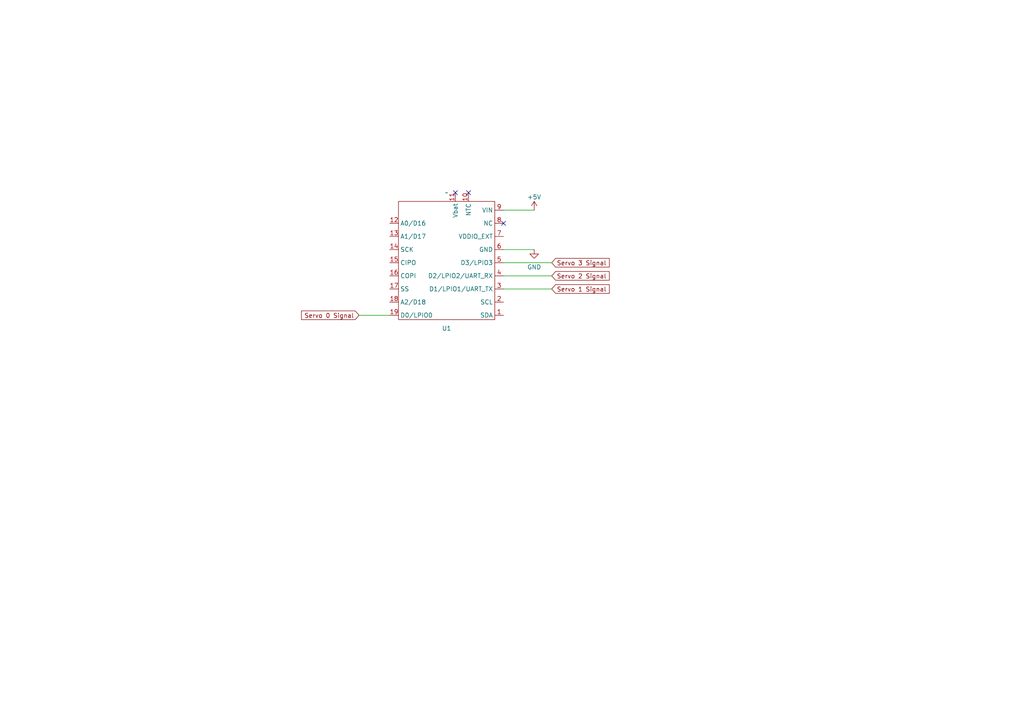
<source format=kicad_sch>
(kicad_sch (version 20230121) (generator eeschema)
  (paper "A4")
  (lib_symbols
    (symbol "Mini_rocket:Nicla_Vision"
      (property "Reference" "U" (at 0 0 0))
      (symbol "Nicla_Vision_0_1"
        (rectangle (start -13.97 -2.54) (end 13.97 -36.83))
      )
      (symbol "Nicla_Vision_1_1"
        (pin bidirectional line (at 16.51 -35.56 180) (length 2.54) (name "SDA") (number "1"))
        (pin passive line (at 6.35 0 270) (length 2.54) (name "NTC") (number "10"))
        (pin power_in line (at 2.54 0 270) (length 2.54) (name "Vbat") (number "11"))
        (pin bidirectional line (at -16.51 -8.89 0) (length 2.54) (name "A0/D16") (number "12"))
        (pin bidirectional line (at -16.51 -12.7 0) (length 2.54) (name "A1/D17") (number "13"))
        (pin bidirectional line (at -16.51 -16.51 0) (length 2.54) (name "SCK") (number "14"))
        (pin bidirectional line (at -16.51 -20.32 0) (length 2.54) (name "CIPO") (number "15"))
        (pin bidirectional line (at -16.51 -24.13 0) (length 2.54) (name "COPI") (number "16"))
        (pin bidirectional line (at -16.51 -27.94 0) (length 2.54) (name "SS") (number "17"))
        (pin bidirectional line (at -16.51 -31.75 0) (length 2.54) (name "A2/D18") (number "18"))
        (pin bidirectional line (at -16.51 -35.56 0) (length 2.54) (name "D0/LPIO0") (number "19"))
        (pin bidirectional line (at 16.51 -31.75 180) (length 2.54) (name "SCL") (number "2"))
        (pin bidirectional line (at 16.51 -27.94 180) (length 2.54) (name "D1/LPIO1/UART_TX") (number "3"))
        (pin bidirectional line (at 16.51 -24.13 180) (length 2.54) (name "D2/LPIO2/UART_RX") (number "4"))
        (pin bidirectional line (at 16.51 -20.32 180) (length 2.54) (name "D3/LPIO3") (number "5"))
        (pin power_in line (at 16.51 -16.51 180) (length 2.54) (name "GND") (number "6"))
        (pin power_out line (at 16.51 -12.7 180) (length 2.54) (name "VDDIO_EXT") (number "7"))
        (pin passive line (at 16.51 -8.89 180) (length 2.54) (name "NC") (number "8"))
        (pin power_in line (at 16.51 -5.08 180) (length 2.54) (name "VIN") (number "9"))
      )
    )
    (symbol "power:+5V" (power) (pin_names (offset 0))
      (property "Value" "+5V" (at 0 3.556 0))
      (symbol "+5V_0_1"
        (polyline (pts (xy -0.762 1.27) (xy 0 2.54)))
        (polyline (pts (xy 0 0) (xy 0 2.54)))
        (polyline (pts (xy 0 2.54) (xy 0.762 1.27)))
      )
      (symbol "+5V_1_1"
        (pin power_in line (at 0 0 90) (length 0) hide (name "+5V") (number "1"))
      )
    )
    (symbol "power:GND" (power) (pin_names (offset 0))
      (property "Value" "GND" (at 0 -3.81 0))
      (symbol "GND_0_1"
        (polyline (pts (xy 0 0) (xy 0 -1.27) (xy 1.27 -1.27) (xy 0 -2.54) (xy -1.27 -1.27) (xy 0 -1.27)))
      )
      (symbol "GND_1_1"
        (pin power_in line (at 0 0 270) (length 0) hide (name "GND") (number "1"))
      )
    )
  )
  (no_connect (at 135.89 55.88))
  (no_connect (at 132.08 55.88))
  (no_connect (at 146.05 64.77))
  (wire (pts (xy 146.05 72.39) (xy 154.94 72.39)))
  (wire (pts (xy 104.14 91.44) (xy 113.03 91.44)))
  (wire (pts (xy 146.05 60.96) (xy 154.94 60.96)))
  (wire (pts (xy 146.05 83.82) (xy 160.02 83.82)))
  (wire (pts (xy 146.05 76.2) (xy 160.02 76.2)))
  (wire (pts (xy 146.05 80.01) (xy 160.02 80.01)))
  (global_label "Servo 1 Signal" (shape input) (at 160.02 83.82 0) (property "Intersheetrefs" "${INTERSHEET_REFS}" (effects hide)))
  (global_label "Servo 0 Signal" (shape input) (at 104.14 91.44 180) (property "Intersheetrefs" "${INTERSHEET_REFS}" (effects hide)))
  (global_label "Servo 3 Signal" (shape input) (at 160.02 76.2 0) (property "Intersheetrefs" "${INTERSHEET_REFS}" (effects hide)))
  (global_label "Servo 2 Signal" (shape input) (at 160.02 80.01 0) (property "Intersheetrefs" "${INTERSHEET_REFS}" (effects hide)))
  (symbol (lib_id "Mini_rocket:Nicla_Vision") (at 129.54 55.88 0) (unit 1)
    (property "Reference" "U1" (at 129.54 95.25 0))
    (property "Value" "~" (at 129.54 55.88 0))
  )
  (symbol (lib_id "power:+5V") (at 154.94 60.96 0) (unit 1)
    (property "Reference" "#PWR01" (effects hide))
    (property "Value" "+5V" (at 154.94 57.15 0))
  )
  (symbol (lib_id "power:GND") (at 154.94 72.39 0) (unit 1)
    (property "Reference" "#PWR02" (effects hide))
    (property "Value" "GND" (at 154.94 77.47 0))
  )
)
</source>
